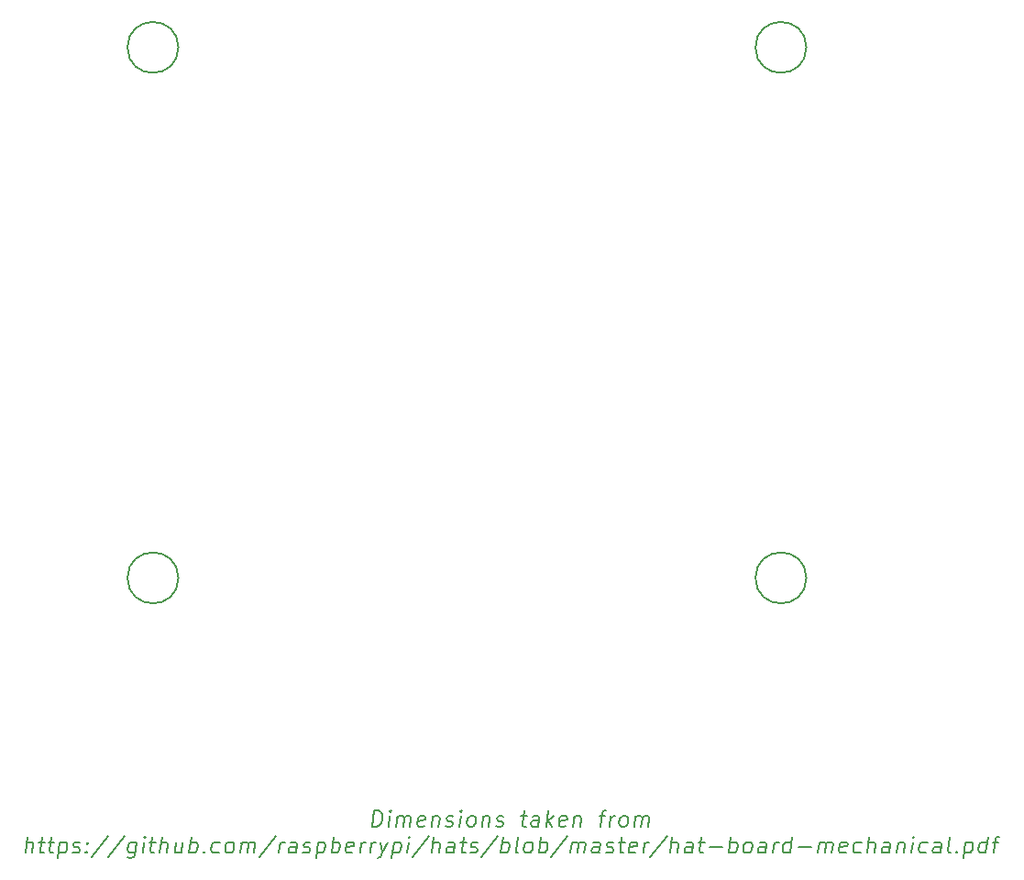
<source format=gbr>
%TF.GenerationSoftware,KiCad,Pcbnew,8.0.8*%
%TF.CreationDate,2025-01-27T15:06:42+00:00*%
%TF.ProjectId,ElectriPi,456c6563-7472-4695-9069-2e6b69636164,rev?*%
%TF.SameCoordinates,PX514cfd0PY31d4590*%
%TF.FileFunction,Other,Comment*%
%FSLAX46Y46*%
G04 Gerber Fmt 4.6, Leading zero omitted, Abs format (unit mm)*
G04 Created by KiCad (PCBNEW 8.0.8) date 2025-01-27 15:06:42*
%MOMM*%
%LPD*%
G01*
G04 APERTURE LIST*
%ADD10C,0.150000*%
G04 APERTURE END LIST*
D10*
X23741071Y-76478670D02*
X23928571Y-74978670D01*
X23928571Y-74978670D02*
X24285714Y-74978670D01*
X24285714Y-74978670D02*
X24491071Y-75050099D01*
X24491071Y-75050099D02*
X24616071Y-75192956D01*
X24616071Y-75192956D02*
X24669642Y-75335813D01*
X24669642Y-75335813D02*
X24705357Y-75621527D01*
X24705357Y-75621527D02*
X24678571Y-75835813D01*
X24678571Y-75835813D02*
X24571428Y-76121527D01*
X24571428Y-76121527D02*
X24482142Y-76264384D01*
X24482142Y-76264384D02*
X24321428Y-76407242D01*
X24321428Y-76407242D02*
X24098214Y-76478670D01*
X24098214Y-76478670D02*
X23741071Y-76478670D01*
X25241071Y-76478670D02*
X25366071Y-75478670D01*
X25428571Y-74978670D02*
X25348214Y-75050099D01*
X25348214Y-75050099D02*
X25410714Y-75121527D01*
X25410714Y-75121527D02*
X25491071Y-75050099D01*
X25491071Y-75050099D02*
X25428571Y-74978670D01*
X25428571Y-74978670D02*
X25410714Y-75121527D01*
X25955357Y-76478670D02*
X26080357Y-75478670D01*
X26062500Y-75621527D02*
X26142857Y-75550099D01*
X26142857Y-75550099D02*
X26294643Y-75478670D01*
X26294643Y-75478670D02*
X26508928Y-75478670D01*
X26508928Y-75478670D02*
X26642857Y-75550099D01*
X26642857Y-75550099D02*
X26696428Y-75692956D01*
X26696428Y-75692956D02*
X26598214Y-76478670D01*
X26696428Y-75692956D02*
X26785714Y-75550099D01*
X26785714Y-75550099D02*
X26937500Y-75478670D01*
X26937500Y-75478670D02*
X27151785Y-75478670D01*
X27151785Y-75478670D02*
X27285714Y-75550099D01*
X27285714Y-75550099D02*
X27339285Y-75692956D01*
X27339285Y-75692956D02*
X27241071Y-76478670D01*
X28535714Y-76407242D02*
X28383928Y-76478670D01*
X28383928Y-76478670D02*
X28098214Y-76478670D01*
X28098214Y-76478670D02*
X27964285Y-76407242D01*
X27964285Y-76407242D02*
X27910714Y-76264384D01*
X27910714Y-76264384D02*
X27982143Y-75692956D01*
X27982143Y-75692956D02*
X28071428Y-75550099D01*
X28071428Y-75550099D02*
X28223214Y-75478670D01*
X28223214Y-75478670D02*
X28508928Y-75478670D01*
X28508928Y-75478670D02*
X28642857Y-75550099D01*
X28642857Y-75550099D02*
X28696428Y-75692956D01*
X28696428Y-75692956D02*
X28678571Y-75835813D01*
X28678571Y-75835813D02*
X27946428Y-75978670D01*
X29366071Y-75478670D02*
X29241071Y-76478670D01*
X29348214Y-75621527D02*
X29428571Y-75550099D01*
X29428571Y-75550099D02*
X29580357Y-75478670D01*
X29580357Y-75478670D02*
X29794642Y-75478670D01*
X29794642Y-75478670D02*
X29928571Y-75550099D01*
X29928571Y-75550099D02*
X29982142Y-75692956D01*
X29982142Y-75692956D02*
X29883928Y-76478670D01*
X30535714Y-76407242D02*
X30669642Y-76478670D01*
X30669642Y-76478670D02*
X30955357Y-76478670D01*
X30955357Y-76478670D02*
X31107142Y-76407242D01*
X31107142Y-76407242D02*
X31196428Y-76264384D01*
X31196428Y-76264384D02*
X31205357Y-76192956D01*
X31205357Y-76192956D02*
X31151785Y-76050099D01*
X31151785Y-76050099D02*
X31017857Y-75978670D01*
X31017857Y-75978670D02*
X30803571Y-75978670D01*
X30803571Y-75978670D02*
X30669642Y-75907242D01*
X30669642Y-75907242D02*
X30616071Y-75764384D01*
X30616071Y-75764384D02*
X30625000Y-75692956D01*
X30625000Y-75692956D02*
X30714285Y-75550099D01*
X30714285Y-75550099D02*
X30866071Y-75478670D01*
X30866071Y-75478670D02*
X31080357Y-75478670D01*
X31080357Y-75478670D02*
X31214285Y-75550099D01*
X31812500Y-76478670D02*
X31937500Y-75478670D01*
X32000000Y-74978670D02*
X31919643Y-75050099D01*
X31919643Y-75050099D02*
X31982143Y-75121527D01*
X31982143Y-75121527D02*
X32062500Y-75050099D01*
X32062500Y-75050099D02*
X32000000Y-74978670D01*
X32000000Y-74978670D02*
X31982143Y-75121527D01*
X32741072Y-76478670D02*
X32607143Y-76407242D01*
X32607143Y-76407242D02*
X32544643Y-76335813D01*
X32544643Y-76335813D02*
X32491072Y-76192956D01*
X32491072Y-76192956D02*
X32544643Y-75764384D01*
X32544643Y-75764384D02*
X32633929Y-75621527D01*
X32633929Y-75621527D02*
X32714286Y-75550099D01*
X32714286Y-75550099D02*
X32866072Y-75478670D01*
X32866072Y-75478670D02*
X33080357Y-75478670D01*
X33080357Y-75478670D02*
X33214286Y-75550099D01*
X33214286Y-75550099D02*
X33276786Y-75621527D01*
X33276786Y-75621527D02*
X33330357Y-75764384D01*
X33330357Y-75764384D02*
X33276786Y-76192956D01*
X33276786Y-76192956D02*
X33187500Y-76335813D01*
X33187500Y-76335813D02*
X33107143Y-76407242D01*
X33107143Y-76407242D02*
X32955357Y-76478670D01*
X32955357Y-76478670D02*
X32741072Y-76478670D01*
X34008929Y-75478670D02*
X33883929Y-76478670D01*
X33991072Y-75621527D02*
X34071429Y-75550099D01*
X34071429Y-75550099D02*
X34223215Y-75478670D01*
X34223215Y-75478670D02*
X34437500Y-75478670D01*
X34437500Y-75478670D02*
X34571429Y-75550099D01*
X34571429Y-75550099D02*
X34625000Y-75692956D01*
X34625000Y-75692956D02*
X34526786Y-76478670D01*
X35178572Y-76407242D02*
X35312500Y-76478670D01*
X35312500Y-76478670D02*
X35598215Y-76478670D01*
X35598215Y-76478670D02*
X35750000Y-76407242D01*
X35750000Y-76407242D02*
X35839286Y-76264384D01*
X35839286Y-76264384D02*
X35848215Y-76192956D01*
X35848215Y-76192956D02*
X35794643Y-76050099D01*
X35794643Y-76050099D02*
X35660715Y-75978670D01*
X35660715Y-75978670D02*
X35446429Y-75978670D01*
X35446429Y-75978670D02*
X35312500Y-75907242D01*
X35312500Y-75907242D02*
X35258929Y-75764384D01*
X35258929Y-75764384D02*
X35267858Y-75692956D01*
X35267858Y-75692956D02*
X35357143Y-75550099D01*
X35357143Y-75550099D02*
X35508929Y-75478670D01*
X35508929Y-75478670D02*
X35723215Y-75478670D01*
X35723215Y-75478670D02*
X35857143Y-75550099D01*
X37508929Y-75478670D02*
X38080358Y-75478670D01*
X37785715Y-74978670D02*
X37625001Y-76264384D01*
X37625001Y-76264384D02*
X37678572Y-76407242D01*
X37678572Y-76407242D02*
X37812501Y-76478670D01*
X37812501Y-76478670D02*
X37955358Y-76478670D01*
X39098215Y-76478670D02*
X39196429Y-75692956D01*
X39196429Y-75692956D02*
X39142858Y-75550099D01*
X39142858Y-75550099D02*
X39008929Y-75478670D01*
X39008929Y-75478670D02*
X38723215Y-75478670D01*
X38723215Y-75478670D02*
X38571429Y-75550099D01*
X39107144Y-76407242D02*
X38955358Y-76478670D01*
X38955358Y-76478670D02*
X38598215Y-76478670D01*
X38598215Y-76478670D02*
X38464286Y-76407242D01*
X38464286Y-76407242D02*
X38410715Y-76264384D01*
X38410715Y-76264384D02*
X38428572Y-76121527D01*
X38428572Y-76121527D02*
X38517858Y-75978670D01*
X38517858Y-75978670D02*
X38669644Y-75907242D01*
X38669644Y-75907242D02*
X39026786Y-75907242D01*
X39026786Y-75907242D02*
X39178572Y-75835813D01*
X39812501Y-76478670D02*
X40000001Y-74978670D01*
X40026787Y-75907242D02*
X40383929Y-76478670D01*
X40508929Y-75478670D02*
X39866072Y-76050099D01*
X41607144Y-76407242D02*
X41455358Y-76478670D01*
X41455358Y-76478670D02*
X41169644Y-76478670D01*
X41169644Y-76478670D02*
X41035715Y-76407242D01*
X41035715Y-76407242D02*
X40982144Y-76264384D01*
X40982144Y-76264384D02*
X41053573Y-75692956D01*
X41053573Y-75692956D02*
X41142858Y-75550099D01*
X41142858Y-75550099D02*
X41294644Y-75478670D01*
X41294644Y-75478670D02*
X41580358Y-75478670D01*
X41580358Y-75478670D02*
X41714287Y-75550099D01*
X41714287Y-75550099D02*
X41767858Y-75692956D01*
X41767858Y-75692956D02*
X41750001Y-75835813D01*
X41750001Y-75835813D02*
X41017858Y-75978670D01*
X42437501Y-75478670D02*
X42312501Y-76478670D01*
X42419644Y-75621527D02*
X42500001Y-75550099D01*
X42500001Y-75550099D02*
X42651787Y-75478670D01*
X42651787Y-75478670D02*
X42866072Y-75478670D01*
X42866072Y-75478670D02*
X43000001Y-75550099D01*
X43000001Y-75550099D02*
X43053572Y-75692956D01*
X43053572Y-75692956D02*
X42955358Y-76478670D01*
X44723215Y-75478670D02*
X45294644Y-75478670D01*
X44812501Y-76478670D02*
X44973215Y-75192956D01*
X44973215Y-75192956D02*
X45062501Y-75050099D01*
X45062501Y-75050099D02*
X45214287Y-74978670D01*
X45214287Y-74978670D02*
X45357144Y-74978670D01*
X45669644Y-76478670D02*
X45794644Y-75478670D01*
X45758930Y-75764384D02*
X45848215Y-75621527D01*
X45848215Y-75621527D02*
X45928572Y-75550099D01*
X45928572Y-75550099D02*
X46080358Y-75478670D01*
X46080358Y-75478670D02*
X46223215Y-75478670D01*
X46812501Y-76478670D02*
X46678572Y-76407242D01*
X46678572Y-76407242D02*
X46616072Y-76335813D01*
X46616072Y-76335813D02*
X46562501Y-76192956D01*
X46562501Y-76192956D02*
X46616072Y-75764384D01*
X46616072Y-75764384D02*
X46705358Y-75621527D01*
X46705358Y-75621527D02*
X46785715Y-75550099D01*
X46785715Y-75550099D02*
X46937501Y-75478670D01*
X46937501Y-75478670D02*
X47151786Y-75478670D01*
X47151786Y-75478670D02*
X47285715Y-75550099D01*
X47285715Y-75550099D02*
X47348215Y-75621527D01*
X47348215Y-75621527D02*
X47401786Y-75764384D01*
X47401786Y-75764384D02*
X47348215Y-76192956D01*
X47348215Y-76192956D02*
X47258929Y-76335813D01*
X47258929Y-76335813D02*
X47178572Y-76407242D01*
X47178572Y-76407242D02*
X47026786Y-76478670D01*
X47026786Y-76478670D02*
X46812501Y-76478670D01*
X47955358Y-76478670D02*
X48080358Y-75478670D01*
X48062501Y-75621527D02*
X48142858Y-75550099D01*
X48142858Y-75550099D02*
X48294644Y-75478670D01*
X48294644Y-75478670D02*
X48508929Y-75478670D01*
X48508929Y-75478670D02*
X48642858Y-75550099D01*
X48642858Y-75550099D02*
X48696429Y-75692956D01*
X48696429Y-75692956D02*
X48598215Y-76478670D01*
X48696429Y-75692956D02*
X48785715Y-75550099D01*
X48785715Y-75550099D02*
X48937501Y-75478670D01*
X48937501Y-75478670D02*
X49151786Y-75478670D01*
X49151786Y-75478670D02*
X49285715Y-75550099D01*
X49285715Y-75550099D02*
X49339286Y-75692956D01*
X49339286Y-75692956D02*
X49241072Y-76478670D01*
X-8294646Y-78893586D02*
X-8107146Y-77393586D01*
X-7651789Y-78893586D02*
X-7553575Y-78107872D01*
X-7553575Y-78107872D02*
X-7607146Y-77965015D01*
X-7607146Y-77965015D02*
X-7741075Y-77893586D01*
X-7741075Y-77893586D02*
X-7955360Y-77893586D01*
X-7955360Y-77893586D02*
X-8107146Y-77965015D01*
X-8107146Y-77965015D02*
X-8187503Y-78036443D01*
X-7026789Y-77893586D02*
X-6455360Y-77893586D01*
X-6750003Y-77393586D02*
X-6910717Y-78679300D01*
X-6910717Y-78679300D02*
X-6857146Y-78822158D01*
X-6857146Y-78822158D02*
X-6723217Y-78893586D01*
X-6723217Y-78893586D02*
X-6580360Y-78893586D01*
X-6169646Y-77893586D02*
X-5598217Y-77893586D01*
X-5892860Y-77393586D02*
X-6053574Y-78679300D01*
X-6053574Y-78679300D02*
X-6000003Y-78822158D01*
X-6000003Y-78822158D02*
X-5866074Y-78893586D01*
X-5866074Y-78893586D02*
X-5723217Y-78893586D01*
X-5098217Y-77893586D02*
X-5285717Y-79393586D01*
X-5107146Y-77965015D02*
X-4955360Y-77893586D01*
X-4955360Y-77893586D02*
X-4669646Y-77893586D01*
X-4669646Y-77893586D02*
X-4535717Y-77965015D01*
X-4535717Y-77965015D02*
X-4473217Y-78036443D01*
X-4473217Y-78036443D02*
X-4419646Y-78179300D01*
X-4419646Y-78179300D02*
X-4473217Y-78607872D01*
X-4473217Y-78607872D02*
X-4562503Y-78750729D01*
X-4562503Y-78750729D02*
X-4642860Y-78822158D01*
X-4642860Y-78822158D02*
X-4794646Y-78893586D01*
X-4794646Y-78893586D02*
X-5080360Y-78893586D01*
X-5080360Y-78893586D02*
X-5214289Y-78822158D01*
X-3928574Y-78822158D02*
X-3794646Y-78893586D01*
X-3794646Y-78893586D02*
X-3508931Y-78893586D01*
X-3508931Y-78893586D02*
X-3357146Y-78822158D01*
X-3357146Y-78822158D02*
X-3267860Y-78679300D01*
X-3267860Y-78679300D02*
X-3258931Y-78607872D01*
X-3258931Y-78607872D02*
X-3312503Y-78465015D01*
X-3312503Y-78465015D02*
X-3446431Y-78393586D01*
X-3446431Y-78393586D02*
X-3660717Y-78393586D01*
X-3660717Y-78393586D02*
X-3794646Y-78322158D01*
X-3794646Y-78322158D02*
X-3848217Y-78179300D01*
X-3848217Y-78179300D02*
X-3839288Y-78107872D01*
X-3839288Y-78107872D02*
X-3750003Y-77965015D01*
X-3750003Y-77965015D02*
X-3598217Y-77893586D01*
X-3598217Y-77893586D02*
X-3383931Y-77893586D01*
X-3383931Y-77893586D02*
X-3250003Y-77965015D01*
X-2633931Y-78750729D02*
X-2571431Y-78822158D01*
X-2571431Y-78822158D02*
X-2651788Y-78893586D01*
X-2651788Y-78893586D02*
X-2714288Y-78822158D01*
X-2714288Y-78822158D02*
X-2633931Y-78750729D01*
X-2633931Y-78750729D02*
X-2651788Y-78893586D01*
X-2535717Y-77965015D02*
X-2473217Y-78036443D01*
X-2473217Y-78036443D02*
X-2553574Y-78107872D01*
X-2553574Y-78107872D02*
X-2616074Y-78036443D01*
X-2616074Y-78036443D02*
X-2535717Y-77965015D01*
X-2535717Y-77965015D02*
X-2553574Y-78107872D01*
X-669645Y-77322158D02*
X-2196431Y-79250729D01*
X901784Y-77322158D02*
X-625002Y-79250729D01*
X1973213Y-77893586D02*
X1821427Y-79107872D01*
X1821427Y-79107872D02*
X1732142Y-79250729D01*
X1732142Y-79250729D02*
X1651784Y-79322158D01*
X1651784Y-79322158D02*
X1499999Y-79393586D01*
X1499999Y-79393586D02*
X1285713Y-79393586D01*
X1285713Y-79393586D02*
X1151784Y-79322158D01*
X1857142Y-78822158D02*
X1705356Y-78893586D01*
X1705356Y-78893586D02*
X1419642Y-78893586D01*
X1419642Y-78893586D02*
X1285713Y-78822158D01*
X1285713Y-78822158D02*
X1223213Y-78750729D01*
X1223213Y-78750729D02*
X1169642Y-78607872D01*
X1169642Y-78607872D02*
X1223213Y-78179300D01*
X1223213Y-78179300D02*
X1312499Y-78036443D01*
X1312499Y-78036443D02*
X1392856Y-77965015D01*
X1392856Y-77965015D02*
X1544642Y-77893586D01*
X1544642Y-77893586D02*
X1830356Y-77893586D01*
X1830356Y-77893586D02*
X1964284Y-77965015D01*
X2562499Y-78893586D02*
X2687499Y-77893586D01*
X2749999Y-77393586D02*
X2669642Y-77465015D01*
X2669642Y-77465015D02*
X2732142Y-77536443D01*
X2732142Y-77536443D02*
X2812499Y-77465015D01*
X2812499Y-77465015D02*
X2749999Y-77393586D01*
X2749999Y-77393586D02*
X2732142Y-77536443D01*
X3187499Y-77893586D02*
X3758928Y-77893586D01*
X3464285Y-77393586D02*
X3303571Y-78679300D01*
X3303571Y-78679300D02*
X3357142Y-78822158D01*
X3357142Y-78822158D02*
X3491071Y-78893586D01*
X3491071Y-78893586D02*
X3633928Y-78893586D01*
X4133928Y-78893586D02*
X4321428Y-77393586D01*
X4776785Y-78893586D02*
X4874999Y-78107872D01*
X4874999Y-78107872D02*
X4821428Y-77965015D01*
X4821428Y-77965015D02*
X4687499Y-77893586D01*
X4687499Y-77893586D02*
X4473214Y-77893586D01*
X4473214Y-77893586D02*
X4321428Y-77965015D01*
X4321428Y-77965015D02*
X4241071Y-78036443D01*
X6258928Y-77893586D02*
X6133928Y-78893586D01*
X5616071Y-77893586D02*
X5517857Y-78679300D01*
X5517857Y-78679300D02*
X5571428Y-78822158D01*
X5571428Y-78822158D02*
X5705357Y-78893586D01*
X5705357Y-78893586D02*
X5919642Y-78893586D01*
X5919642Y-78893586D02*
X6071428Y-78822158D01*
X6071428Y-78822158D02*
X6151785Y-78750729D01*
X6848214Y-78893586D02*
X7035714Y-77393586D01*
X6964285Y-77965015D02*
X7116071Y-77893586D01*
X7116071Y-77893586D02*
X7401785Y-77893586D01*
X7401785Y-77893586D02*
X7535714Y-77965015D01*
X7535714Y-77965015D02*
X7598214Y-78036443D01*
X7598214Y-78036443D02*
X7651785Y-78179300D01*
X7651785Y-78179300D02*
X7598214Y-78607872D01*
X7598214Y-78607872D02*
X7508928Y-78750729D01*
X7508928Y-78750729D02*
X7428571Y-78822158D01*
X7428571Y-78822158D02*
X7276785Y-78893586D01*
X7276785Y-78893586D02*
X6991071Y-78893586D01*
X6991071Y-78893586D02*
X6857142Y-78822158D01*
X8223214Y-78750729D02*
X8285714Y-78822158D01*
X8285714Y-78822158D02*
X8205357Y-78893586D01*
X8205357Y-78893586D02*
X8142857Y-78822158D01*
X8142857Y-78822158D02*
X8223214Y-78750729D01*
X8223214Y-78750729D02*
X8205357Y-78893586D01*
X9571429Y-78822158D02*
X9419643Y-78893586D01*
X9419643Y-78893586D02*
X9133929Y-78893586D01*
X9133929Y-78893586D02*
X9000000Y-78822158D01*
X9000000Y-78822158D02*
X8937500Y-78750729D01*
X8937500Y-78750729D02*
X8883929Y-78607872D01*
X8883929Y-78607872D02*
X8937500Y-78179300D01*
X8937500Y-78179300D02*
X9026786Y-78036443D01*
X9026786Y-78036443D02*
X9107143Y-77965015D01*
X9107143Y-77965015D02*
X9258929Y-77893586D01*
X9258929Y-77893586D02*
X9544643Y-77893586D01*
X9544643Y-77893586D02*
X9678571Y-77965015D01*
X10419643Y-78893586D02*
X10285714Y-78822158D01*
X10285714Y-78822158D02*
X10223214Y-78750729D01*
X10223214Y-78750729D02*
X10169643Y-78607872D01*
X10169643Y-78607872D02*
X10223214Y-78179300D01*
X10223214Y-78179300D02*
X10312500Y-78036443D01*
X10312500Y-78036443D02*
X10392857Y-77965015D01*
X10392857Y-77965015D02*
X10544643Y-77893586D01*
X10544643Y-77893586D02*
X10758928Y-77893586D01*
X10758928Y-77893586D02*
X10892857Y-77965015D01*
X10892857Y-77965015D02*
X10955357Y-78036443D01*
X10955357Y-78036443D02*
X11008928Y-78179300D01*
X11008928Y-78179300D02*
X10955357Y-78607872D01*
X10955357Y-78607872D02*
X10866071Y-78750729D01*
X10866071Y-78750729D02*
X10785714Y-78822158D01*
X10785714Y-78822158D02*
X10633928Y-78893586D01*
X10633928Y-78893586D02*
X10419643Y-78893586D01*
X11562500Y-78893586D02*
X11687500Y-77893586D01*
X11669643Y-78036443D02*
X11750000Y-77965015D01*
X11750000Y-77965015D02*
X11901786Y-77893586D01*
X11901786Y-77893586D02*
X12116071Y-77893586D01*
X12116071Y-77893586D02*
X12250000Y-77965015D01*
X12250000Y-77965015D02*
X12303571Y-78107872D01*
X12303571Y-78107872D02*
X12205357Y-78893586D01*
X12303571Y-78107872D02*
X12392857Y-77965015D01*
X12392857Y-77965015D02*
X12544643Y-77893586D01*
X12544643Y-77893586D02*
X12758928Y-77893586D01*
X12758928Y-77893586D02*
X12892857Y-77965015D01*
X12892857Y-77965015D02*
X12946428Y-78107872D01*
X12946428Y-78107872D02*
X12848214Y-78893586D01*
X14830357Y-77322158D02*
X13303571Y-79250729D01*
X15133929Y-78893586D02*
X15258929Y-77893586D01*
X15223215Y-78179300D02*
X15312500Y-78036443D01*
X15312500Y-78036443D02*
X15392857Y-77965015D01*
X15392857Y-77965015D02*
X15544643Y-77893586D01*
X15544643Y-77893586D02*
X15687500Y-77893586D01*
X16705357Y-78893586D02*
X16803571Y-78107872D01*
X16803571Y-78107872D02*
X16750000Y-77965015D01*
X16750000Y-77965015D02*
X16616071Y-77893586D01*
X16616071Y-77893586D02*
X16330357Y-77893586D01*
X16330357Y-77893586D02*
X16178571Y-77965015D01*
X16714286Y-78822158D02*
X16562500Y-78893586D01*
X16562500Y-78893586D02*
X16205357Y-78893586D01*
X16205357Y-78893586D02*
X16071428Y-78822158D01*
X16071428Y-78822158D02*
X16017857Y-78679300D01*
X16017857Y-78679300D02*
X16035714Y-78536443D01*
X16035714Y-78536443D02*
X16125000Y-78393586D01*
X16125000Y-78393586D02*
X16276786Y-78322158D01*
X16276786Y-78322158D02*
X16633928Y-78322158D01*
X16633928Y-78322158D02*
X16785714Y-78250729D01*
X17357143Y-78822158D02*
X17491071Y-78893586D01*
X17491071Y-78893586D02*
X17776786Y-78893586D01*
X17776786Y-78893586D02*
X17928571Y-78822158D01*
X17928571Y-78822158D02*
X18017857Y-78679300D01*
X18017857Y-78679300D02*
X18026786Y-78607872D01*
X18026786Y-78607872D02*
X17973214Y-78465015D01*
X17973214Y-78465015D02*
X17839286Y-78393586D01*
X17839286Y-78393586D02*
X17625000Y-78393586D01*
X17625000Y-78393586D02*
X17491071Y-78322158D01*
X17491071Y-78322158D02*
X17437500Y-78179300D01*
X17437500Y-78179300D02*
X17446429Y-78107872D01*
X17446429Y-78107872D02*
X17535714Y-77965015D01*
X17535714Y-77965015D02*
X17687500Y-77893586D01*
X17687500Y-77893586D02*
X17901786Y-77893586D01*
X17901786Y-77893586D02*
X18035714Y-77965015D01*
X18758929Y-77893586D02*
X18571429Y-79393586D01*
X18750000Y-77965015D02*
X18901786Y-77893586D01*
X18901786Y-77893586D02*
X19187500Y-77893586D01*
X19187500Y-77893586D02*
X19321429Y-77965015D01*
X19321429Y-77965015D02*
X19383929Y-78036443D01*
X19383929Y-78036443D02*
X19437500Y-78179300D01*
X19437500Y-78179300D02*
X19383929Y-78607872D01*
X19383929Y-78607872D02*
X19294643Y-78750729D01*
X19294643Y-78750729D02*
X19214286Y-78822158D01*
X19214286Y-78822158D02*
X19062500Y-78893586D01*
X19062500Y-78893586D02*
X18776786Y-78893586D01*
X18776786Y-78893586D02*
X18642857Y-78822158D01*
X19991072Y-78893586D02*
X20178572Y-77393586D01*
X20107143Y-77965015D02*
X20258929Y-77893586D01*
X20258929Y-77893586D02*
X20544643Y-77893586D01*
X20544643Y-77893586D02*
X20678572Y-77965015D01*
X20678572Y-77965015D02*
X20741072Y-78036443D01*
X20741072Y-78036443D02*
X20794643Y-78179300D01*
X20794643Y-78179300D02*
X20741072Y-78607872D01*
X20741072Y-78607872D02*
X20651786Y-78750729D01*
X20651786Y-78750729D02*
X20571429Y-78822158D01*
X20571429Y-78822158D02*
X20419643Y-78893586D01*
X20419643Y-78893586D02*
X20133929Y-78893586D01*
X20133929Y-78893586D02*
X20000000Y-78822158D01*
X21928572Y-78822158D02*
X21776786Y-78893586D01*
X21776786Y-78893586D02*
X21491072Y-78893586D01*
X21491072Y-78893586D02*
X21357143Y-78822158D01*
X21357143Y-78822158D02*
X21303572Y-78679300D01*
X21303572Y-78679300D02*
X21375001Y-78107872D01*
X21375001Y-78107872D02*
X21464286Y-77965015D01*
X21464286Y-77965015D02*
X21616072Y-77893586D01*
X21616072Y-77893586D02*
X21901786Y-77893586D01*
X21901786Y-77893586D02*
X22035715Y-77965015D01*
X22035715Y-77965015D02*
X22089286Y-78107872D01*
X22089286Y-78107872D02*
X22071429Y-78250729D01*
X22071429Y-78250729D02*
X21339286Y-78393586D01*
X22633929Y-78893586D02*
X22758929Y-77893586D01*
X22723215Y-78179300D02*
X22812500Y-78036443D01*
X22812500Y-78036443D02*
X22892857Y-77965015D01*
X22892857Y-77965015D02*
X23044643Y-77893586D01*
X23044643Y-77893586D02*
X23187500Y-77893586D01*
X23562500Y-78893586D02*
X23687500Y-77893586D01*
X23651786Y-78179300D02*
X23741071Y-78036443D01*
X23741071Y-78036443D02*
X23821428Y-77965015D01*
X23821428Y-77965015D02*
X23973214Y-77893586D01*
X23973214Y-77893586D02*
X24116071Y-77893586D01*
X24473214Y-77893586D02*
X24705357Y-78893586D01*
X25187499Y-77893586D02*
X24705357Y-78893586D01*
X24705357Y-78893586D02*
X24517857Y-79250729D01*
X24517857Y-79250729D02*
X24437499Y-79322158D01*
X24437499Y-79322158D02*
X24285714Y-79393586D01*
X25758928Y-77893586D02*
X25571428Y-79393586D01*
X25749999Y-77965015D02*
X25901785Y-77893586D01*
X25901785Y-77893586D02*
X26187499Y-77893586D01*
X26187499Y-77893586D02*
X26321428Y-77965015D01*
X26321428Y-77965015D02*
X26383928Y-78036443D01*
X26383928Y-78036443D02*
X26437499Y-78179300D01*
X26437499Y-78179300D02*
X26383928Y-78607872D01*
X26383928Y-78607872D02*
X26294642Y-78750729D01*
X26294642Y-78750729D02*
X26214285Y-78822158D01*
X26214285Y-78822158D02*
X26062499Y-78893586D01*
X26062499Y-78893586D02*
X25776785Y-78893586D01*
X25776785Y-78893586D02*
X25642856Y-78822158D01*
X26991071Y-78893586D02*
X27116071Y-77893586D01*
X27178571Y-77393586D02*
X27098214Y-77465015D01*
X27098214Y-77465015D02*
X27160714Y-77536443D01*
X27160714Y-77536443D02*
X27241071Y-77465015D01*
X27241071Y-77465015D02*
X27178571Y-77393586D01*
X27178571Y-77393586D02*
X27160714Y-77536443D01*
X28973214Y-77322158D02*
X27446428Y-79250729D01*
X29276786Y-78893586D02*
X29464286Y-77393586D01*
X29919643Y-78893586D02*
X30017857Y-78107872D01*
X30017857Y-78107872D02*
X29964286Y-77965015D01*
X29964286Y-77965015D02*
X29830357Y-77893586D01*
X29830357Y-77893586D02*
X29616072Y-77893586D01*
X29616072Y-77893586D02*
X29464286Y-77965015D01*
X29464286Y-77965015D02*
X29383929Y-78036443D01*
X31276786Y-78893586D02*
X31375000Y-78107872D01*
X31375000Y-78107872D02*
X31321429Y-77965015D01*
X31321429Y-77965015D02*
X31187500Y-77893586D01*
X31187500Y-77893586D02*
X30901786Y-77893586D01*
X30901786Y-77893586D02*
X30750000Y-77965015D01*
X31285715Y-78822158D02*
X31133929Y-78893586D01*
X31133929Y-78893586D02*
X30776786Y-78893586D01*
X30776786Y-78893586D02*
X30642857Y-78822158D01*
X30642857Y-78822158D02*
X30589286Y-78679300D01*
X30589286Y-78679300D02*
X30607143Y-78536443D01*
X30607143Y-78536443D02*
X30696429Y-78393586D01*
X30696429Y-78393586D02*
X30848215Y-78322158D01*
X30848215Y-78322158D02*
X31205357Y-78322158D01*
X31205357Y-78322158D02*
X31357143Y-78250729D01*
X31901786Y-77893586D02*
X32473215Y-77893586D01*
X32178572Y-77393586D02*
X32017858Y-78679300D01*
X32017858Y-78679300D02*
X32071429Y-78822158D01*
X32071429Y-78822158D02*
X32205358Y-78893586D01*
X32205358Y-78893586D02*
X32348215Y-78893586D01*
X32785715Y-78822158D02*
X32919643Y-78893586D01*
X32919643Y-78893586D02*
X33205358Y-78893586D01*
X33205358Y-78893586D02*
X33357143Y-78822158D01*
X33357143Y-78822158D02*
X33446429Y-78679300D01*
X33446429Y-78679300D02*
X33455358Y-78607872D01*
X33455358Y-78607872D02*
X33401786Y-78465015D01*
X33401786Y-78465015D02*
X33267858Y-78393586D01*
X33267858Y-78393586D02*
X33053572Y-78393586D01*
X33053572Y-78393586D02*
X32919643Y-78322158D01*
X32919643Y-78322158D02*
X32866072Y-78179300D01*
X32866072Y-78179300D02*
X32875001Y-78107872D01*
X32875001Y-78107872D02*
X32964286Y-77965015D01*
X32964286Y-77965015D02*
X33116072Y-77893586D01*
X33116072Y-77893586D02*
X33330358Y-77893586D01*
X33330358Y-77893586D02*
X33464286Y-77965015D01*
X35330358Y-77322158D02*
X33803572Y-79250729D01*
X35633930Y-78893586D02*
X35821430Y-77393586D01*
X35750001Y-77965015D02*
X35901787Y-77893586D01*
X35901787Y-77893586D02*
X36187501Y-77893586D01*
X36187501Y-77893586D02*
X36321430Y-77965015D01*
X36321430Y-77965015D02*
X36383930Y-78036443D01*
X36383930Y-78036443D02*
X36437501Y-78179300D01*
X36437501Y-78179300D02*
X36383930Y-78607872D01*
X36383930Y-78607872D02*
X36294644Y-78750729D01*
X36294644Y-78750729D02*
X36214287Y-78822158D01*
X36214287Y-78822158D02*
X36062501Y-78893586D01*
X36062501Y-78893586D02*
X35776787Y-78893586D01*
X35776787Y-78893586D02*
X35642858Y-78822158D01*
X37205359Y-78893586D02*
X37071430Y-78822158D01*
X37071430Y-78822158D02*
X37017859Y-78679300D01*
X37017859Y-78679300D02*
X37178573Y-77393586D01*
X37991073Y-78893586D02*
X37857144Y-78822158D01*
X37857144Y-78822158D02*
X37794644Y-78750729D01*
X37794644Y-78750729D02*
X37741073Y-78607872D01*
X37741073Y-78607872D02*
X37794644Y-78179300D01*
X37794644Y-78179300D02*
X37883930Y-78036443D01*
X37883930Y-78036443D02*
X37964287Y-77965015D01*
X37964287Y-77965015D02*
X38116073Y-77893586D01*
X38116073Y-77893586D02*
X38330358Y-77893586D01*
X38330358Y-77893586D02*
X38464287Y-77965015D01*
X38464287Y-77965015D02*
X38526787Y-78036443D01*
X38526787Y-78036443D02*
X38580358Y-78179300D01*
X38580358Y-78179300D02*
X38526787Y-78607872D01*
X38526787Y-78607872D02*
X38437501Y-78750729D01*
X38437501Y-78750729D02*
X38357144Y-78822158D01*
X38357144Y-78822158D02*
X38205358Y-78893586D01*
X38205358Y-78893586D02*
X37991073Y-78893586D01*
X39133930Y-78893586D02*
X39321430Y-77393586D01*
X39250001Y-77965015D02*
X39401787Y-77893586D01*
X39401787Y-77893586D02*
X39687501Y-77893586D01*
X39687501Y-77893586D02*
X39821430Y-77965015D01*
X39821430Y-77965015D02*
X39883930Y-78036443D01*
X39883930Y-78036443D02*
X39937501Y-78179300D01*
X39937501Y-78179300D02*
X39883930Y-78607872D01*
X39883930Y-78607872D02*
X39794644Y-78750729D01*
X39794644Y-78750729D02*
X39714287Y-78822158D01*
X39714287Y-78822158D02*
X39562501Y-78893586D01*
X39562501Y-78893586D02*
X39276787Y-78893586D01*
X39276787Y-78893586D02*
X39142858Y-78822158D01*
X41758930Y-77322158D02*
X40232144Y-79250729D01*
X42062502Y-78893586D02*
X42187502Y-77893586D01*
X42169645Y-78036443D02*
X42250002Y-77965015D01*
X42250002Y-77965015D02*
X42401788Y-77893586D01*
X42401788Y-77893586D02*
X42616073Y-77893586D01*
X42616073Y-77893586D02*
X42750002Y-77965015D01*
X42750002Y-77965015D02*
X42803573Y-78107872D01*
X42803573Y-78107872D02*
X42705359Y-78893586D01*
X42803573Y-78107872D02*
X42892859Y-77965015D01*
X42892859Y-77965015D02*
X43044645Y-77893586D01*
X43044645Y-77893586D02*
X43258930Y-77893586D01*
X43258930Y-77893586D02*
X43392859Y-77965015D01*
X43392859Y-77965015D02*
X43446430Y-78107872D01*
X43446430Y-78107872D02*
X43348216Y-78893586D01*
X44705359Y-78893586D02*
X44803573Y-78107872D01*
X44803573Y-78107872D02*
X44750002Y-77965015D01*
X44750002Y-77965015D02*
X44616073Y-77893586D01*
X44616073Y-77893586D02*
X44330359Y-77893586D01*
X44330359Y-77893586D02*
X44178573Y-77965015D01*
X44714288Y-78822158D02*
X44562502Y-78893586D01*
X44562502Y-78893586D02*
X44205359Y-78893586D01*
X44205359Y-78893586D02*
X44071430Y-78822158D01*
X44071430Y-78822158D02*
X44017859Y-78679300D01*
X44017859Y-78679300D02*
X44035716Y-78536443D01*
X44035716Y-78536443D02*
X44125002Y-78393586D01*
X44125002Y-78393586D02*
X44276788Y-78322158D01*
X44276788Y-78322158D02*
X44633930Y-78322158D01*
X44633930Y-78322158D02*
X44785716Y-78250729D01*
X45357145Y-78822158D02*
X45491073Y-78893586D01*
X45491073Y-78893586D02*
X45776788Y-78893586D01*
X45776788Y-78893586D02*
X45928573Y-78822158D01*
X45928573Y-78822158D02*
X46017859Y-78679300D01*
X46017859Y-78679300D02*
X46026788Y-78607872D01*
X46026788Y-78607872D02*
X45973216Y-78465015D01*
X45973216Y-78465015D02*
X45839288Y-78393586D01*
X45839288Y-78393586D02*
X45625002Y-78393586D01*
X45625002Y-78393586D02*
X45491073Y-78322158D01*
X45491073Y-78322158D02*
X45437502Y-78179300D01*
X45437502Y-78179300D02*
X45446431Y-78107872D01*
X45446431Y-78107872D02*
X45535716Y-77965015D01*
X45535716Y-77965015D02*
X45687502Y-77893586D01*
X45687502Y-77893586D02*
X45901788Y-77893586D01*
X45901788Y-77893586D02*
X46035716Y-77965015D01*
X46544645Y-77893586D02*
X47116074Y-77893586D01*
X46821431Y-77393586D02*
X46660717Y-78679300D01*
X46660717Y-78679300D02*
X46714288Y-78822158D01*
X46714288Y-78822158D02*
X46848217Y-78893586D01*
X46848217Y-78893586D02*
X46991074Y-78893586D01*
X48071431Y-78822158D02*
X47919645Y-78893586D01*
X47919645Y-78893586D02*
X47633931Y-78893586D01*
X47633931Y-78893586D02*
X47500002Y-78822158D01*
X47500002Y-78822158D02*
X47446431Y-78679300D01*
X47446431Y-78679300D02*
X47517860Y-78107872D01*
X47517860Y-78107872D02*
X47607145Y-77965015D01*
X47607145Y-77965015D02*
X47758931Y-77893586D01*
X47758931Y-77893586D02*
X48044645Y-77893586D01*
X48044645Y-77893586D02*
X48178574Y-77965015D01*
X48178574Y-77965015D02*
X48232145Y-78107872D01*
X48232145Y-78107872D02*
X48214288Y-78250729D01*
X48214288Y-78250729D02*
X47482145Y-78393586D01*
X48776788Y-78893586D02*
X48901788Y-77893586D01*
X48866074Y-78179300D02*
X48955359Y-78036443D01*
X48955359Y-78036443D02*
X49035716Y-77965015D01*
X49035716Y-77965015D02*
X49187502Y-77893586D01*
X49187502Y-77893586D02*
X49330359Y-77893586D01*
X50973216Y-77322158D02*
X49446430Y-79250729D01*
X51276788Y-78893586D02*
X51464288Y-77393586D01*
X51919645Y-78893586D02*
X52017859Y-78107872D01*
X52017859Y-78107872D02*
X51964288Y-77965015D01*
X51964288Y-77965015D02*
X51830359Y-77893586D01*
X51830359Y-77893586D02*
X51616074Y-77893586D01*
X51616074Y-77893586D02*
X51464288Y-77965015D01*
X51464288Y-77965015D02*
X51383931Y-78036443D01*
X53276788Y-78893586D02*
X53375002Y-78107872D01*
X53375002Y-78107872D02*
X53321431Y-77965015D01*
X53321431Y-77965015D02*
X53187502Y-77893586D01*
X53187502Y-77893586D02*
X52901788Y-77893586D01*
X52901788Y-77893586D02*
X52750002Y-77965015D01*
X53285717Y-78822158D02*
X53133931Y-78893586D01*
X53133931Y-78893586D02*
X52776788Y-78893586D01*
X52776788Y-78893586D02*
X52642859Y-78822158D01*
X52642859Y-78822158D02*
X52589288Y-78679300D01*
X52589288Y-78679300D02*
X52607145Y-78536443D01*
X52607145Y-78536443D02*
X52696431Y-78393586D01*
X52696431Y-78393586D02*
X52848217Y-78322158D01*
X52848217Y-78322158D02*
X53205359Y-78322158D01*
X53205359Y-78322158D02*
X53357145Y-78250729D01*
X53901788Y-77893586D02*
X54473217Y-77893586D01*
X54178574Y-77393586D02*
X54017860Y-78679300D01*
X54017860Y-78679300D02*
X54071431Y-78822158D01*
X54071431Y-78822158D02*
X54205360Y-78893586D01*
X54205360Y-78893586D02*
X54348217Y-78893586D01*
X54919645Y-78322158D02*
X56062503Y-78322158D01*
X56705360Y-78893586D02*
X56892860Y-77393586D01*
X56821431Y-77965015D02*
X56973217Y-77893586D01*
X56973217Y-77893586D02*
X57258931Y-77893586D01*
X57258931Y-77893586D02*
X57392860Y-77965015D01*
X57392860Y-77965015D02*
X57455360Y-78036443D01*
X57455360Y-78036443D02*
X57508931Y-78179300D01*
X57508931Y-78179300D02*
X57455360Y-78607872D01*
X57455360Y-78607872D02*
X57366074Y-78750729D01*
X57366074Y-78750729D02*
X57285717Y-78822158D01*
X57285717Y-78822158D02*
X57133931Y-78893586D01*
X57133931Y-78893586D02*
X56848217Y-78893586D01*
X56848217Y-78893586D02*
X56714288Y-78822158D01*
X58276789Y-78893586D02*
X58142860Y-78822158D01*
X58142860Y-78822158D02*
X58080360Y-78750729D01*
X58080360Y-78750729D02*
X58026789Y-78607872D01*
X58026789Y-78607872D02*
X58080360Y-78179300D01*
X58080360Y-78179300D02*
X58169646Y-78036443D01*
X58169646Y-78036443D02*
X58250003Y-77965015D01*
X58250003Y-77965015D02*
X58401789Y-77893586D01*
X58401789Y-77893586D02*
X58616074Y-77893586D01*
X58616074Y-77893586D02*
X58750003Y-77965015D01*
X58750003Y-77965015D02*
X58812503Y-78036443D01*
X58812503Y-78036443D02*
X58866074Y-78179300D01*
X58866074Y-78179300D02*
X58812503Y-78607872D01*
X58812503Y-78607872D02*
X58723217Y-78750729D01*
X58723217Y-78750729D02*
X58642860Y-78822158D01*
X58642860Y-78822158D02*
X58491074Y-78893586D01*
X58491074Y-78893586D02*
X58276789Y-78893586D01*
X60062503Y-78893586D02*
X60160717Y-78107872D01*
X60160717Y-78107872D02*
X60107146Y-77965015D01*
X60107146Y-77965015D02*
X59973217Y-77893586D01*
X59973217Y-77893586D02*
X59687503Y-77893586D01*
X59687503Y-77893586D02*
X59535717Y-77965015D01*
X60071432Y-78822158D02*
X59919646Y-78893586D01*
X59919646Y-78893586D02*
X59562503Y-78893586D01*
X59562503Y-78893586D02*
X59428574Y-78822158D01*
X59428574Y-78822158D02*
X59375003Y-78679300D01*
X59375003Y-78679300D02*
X59392860Y-78536443D01*
X59392860Y-78536443D02*
X59482146Y-78393586D01*
X59482146Y-78393586D02*
X59633932Y-78322158D01*
X59633932Y-78322158D02*
X59991074Y-78322158D01*
X59991074Y-78322158D02*
X60142860Y-78250729D01*
X60776789Y-78893586D02*
X60901789Y-77893586D01*
X60866075Y-78179300D02*
X60955360Y-78036443D01*
X60955360Y-78036443D02*
X61035717Y-77965015D01*
X61035717Y-77965015D02*
X61187503Y-77893586D01*
X61187503Y-77893586D02*
X61330360Y-77893586D01*
X62348217Y-78893586D02*
X62535717Y-77393586D01*
X62357146Y-78822158D02*
X62205360Y-78893586D01*
X62205360Y-78893586D02*
X61919646Y-78893586D01*
X61919646Y-78893586D02*
X61785717Y-78822158D01*
X61785717Y-78822158D02*
X61723217Y-78750729D01*
X61723217Y-78750729D02*
X61669646Y-78607872D01*
X61669646Y-78607872D02*
X61723217Y-78179300D01*
X61723217Y-78179300D02*
X61812503Y-78036443D01*
X61812503Y-78036443D02*
X61892860Y-77965015D01*
X61892860Y-77965015D02*
X62044646Y-77893586D01*
X62044646Y-77893586D02*
X62330360Y-77893586D01*
X62330360Y-77893586D02*
X62464288Y-77965015D01*
X63133931Y-78322158D02*
X64276789Y-78322158D01*
X64919646Y-78893586D02*
X65044646Y-77893586D01*
X65026789Y-78036443D02*
X65107146Y-77965015D01*
X65107146Y-77965015D02*
X65258932Y-77893586D01*
X65258932Y-77893586D02*
X65473217Y-77893586D01*
X65473217Y-77893586D02*
X65607146Y-77965015D01*
X65607146Y-77965015D02*
X65660717Y-78107872D01*
X65660717Y-78107872D02*
X65562503Y-78893586D01*
X65660717Y-78107872D02*
X65750003Y-77965015D01*
X65750003Y-77965015D02*
X65901789Y-77893586D01*
X65901789Y-77893586D02*
X66116074Y-77893586D01*
X66116074Y-77893586D02*
X66250003Y-77965015D01*
X66250003Y-77965015D02*
X66303574Y-78107872D01*
X66303574Y-78107872D02*
X66205360Y-78893586D01*
X67500003Y-78822158D02*
X67348217Y-78893586D01*
X67348217Y-78893586D02*
X67062503Y-78893586D01*
X67062503Y-78893586D02*
X66928574Y-78822158D01*
X66928574Y-78822158D02*
X66875003Y-78679300D01*
X66875003Y-78679300D02*
X66946432Y-78107872D01*
X66946432Y-78107872D02*
X67035717Y-77965015D01*
X67035717Y-77965015D02*
X67187503Y-77893586D01*
X67187503Y-77893586D02*
X67473217Y-77893586D01*
X67473217Y-77893586D02*
X67607146Y-77965015D01*
X67607146Y-77965015D02*
X67660717Y-78107872D01*
X67660717Y-78107872D02*
X67642860Y-78250729D01*
X67642860Y-78250729D02*
X66910717Y-78393586D01*
X68857146Y-78822158D02*
X68705360Y-78893586D01*
X68705360Y-78893586D02*
X68419646Y-78893586D01*
X68419646Y-78893586D02*
X68285717Y-78822158D01*
X68285717Y-78822158D02*
X68223217Y-78750729D01*
X68223217Y-78750729D02*
X68169646Y-78607872D01*
X68169646Y-78607872D02*
X68223217Y-78179300D01*
X68223217Y-78179300D02*
X68312503Y-78036443D01*
X68312503Y-78036443D02*
X68392860Y-77965015D01*
X68392860Y-77965015D02*
X68544646Y-77893586D01*
X68544646Y-77893586D02*
X68830360Y-77893586D01*
X68830360Y-77893586D02*
X68964288Y-77965015D01*
X69491074Y-78893586D02*
X69678574Y-77393586D01*
X70133931Y-78893586D02*
X70232145Y-78107872D01*
X70232145Y-78107872D02*
X70178574Y-77965015D01*
X70178574Y-77965015D02*
X70044645Y-77893586D01*
X70044645Y-77893586D02*
X69830360Y-77893586D01*
X69830360Y-77893586D02*
X69678574Y-77965015D01*
X69678574Y-77965015D02*
X69598217Y-78036443D01*
X71491074Y-78893586D02*
X71589288Y-78107872D01*
X71589288Y-78107872D02*
X71535717Y-77965015D01*
X71535717Y-77965015D02*
X71401788Y-77893586D01*
X71401788Y-77893586D02*
X71116074Y-77893586D01*
X71116074Y-77893586D02*
X70964288Y-77965015D01*
X71500003Y-78822158D02*
X71348217Y-78893586D01*
X71348217Y-78893586D02*
X70991074Y-78893586D01*
X70991074Y-78893586D02*
X70857145Y-78822158D01*
X70857145Y-78822158D02*
X70803574Y-78679300D01*
X70803574Y-78679300D02*
X70821431Y-78536443D01*
X70821431Y-78536443D02*
X70910717Y-78393586D01*
X70910717Y-78393586D02*
X71062503Y-78322158D01*
X71062503Y-78322158D02*
X71419645Y-78322158D01*
X71419645Y-78322158D02*
X71571431Y-78250729D01*
X72330360Y-77893586D02*
X72205360Y-78893586D01*
X72312503Y-78036443D02*
X72392860Y-77965015D01*
X72392860Y-77965015D02*
X72544646Y-77893586D01*
X72544646Y-77893586D02*
X72758931Y-77893586D01*
X72758931Y-77893586D02*
X72892860Y-77965015D01*
X72892860Y-77965015D02*
X72946431Y-78107872D01*
X72946431Y-78107872D02*
X72848217Y-78893586D01*
X73562503Y-78893586D02*
X73687503Y-77893586D01*
X73750003Y-77393586D02*
X73669646Y-77465015D01*
X73669646Y-77465015D02*
X73732146Y-77536443D01*
X73732146Y-77536443D02*
X73812503Y-77465015D01*
X73812503Y-77465015D02*
X73750003Y-77393586D01*
X73750003Y-77393586D02*
X73732146Y-77536443D01*
X74928575Y-78822158D02*
X74776789Y-78893586D01*
X74776789Y-78893586D02*
X74491075Y-78893586D01*
X74491075Y-78893586D02*
X74357146Y-78822158D01*
X74357146Y-78822158D02*
X74294646Y-78750729D01*
X74294646Y-78750729D02*
X74241075Y-78607872D01*
X74241075Y-78607872D02*
X74294646Y-78179300D01*
X74294646Y-78179300D02*
X74383932Y-78036443D01*
X74383932Y-78036443D02*
X74464289Y-77965015D01*
X74464289Y-77965015D02*
X74616075Y-77893586D01*
X74616075Y-77893586D02*
X74901789Y-77893586D01*
X74901789Y-77893586D02*
X75035717Y-77965015D01*
X76205360Y-78893586D02*
X76303574Y-78107872D01*
X76303574Y-78107872D02*
X76250003Y-77965015D01*
X76250003Y-77965015D02*
X76116074Y-77893586D01*
X76116074Y-77893586D02*
X75830360Y-77893586D01*
X75830360Y-77893586D02*
X75678574Y-77965015D01*
X76214289Y-78822158D02*
X76062503Y-78893586D01*
X76062503Y-78893586D02*
X75705360Y-78893586D01*
X75705360Y-78893586D02*
X75571431Y-78822158D01*
X75571431Y-78822158D02*
X75517860Y-78679300D01*
X75517860Y-78679300D02*
X75535717Y-78536443D01*
X75535717Y-78536443D02*
X75625003Y-78393586D01*
X75625003Y-78393586D02*
X75776789Y-78322158D01*
X75776789Y-78322158D02*
X76133931Y-78322158D01*
X76133931Y-78322158D02*
X76285717Y-78250729D01*
X77133932Y-78893586D02*
X77000003Y-78822158D01*
X77000003Y-78822158D02*
X76946432Y-78679300D01*
X76946432Y-78679300D02*
X77107146Y-77393586D01*
X77723217Y-78750729D02*
X77785717Y-78822158D01*
X77785717Y-78822158D02*
X77705360Y-78893586D01*
X77705360Y-78893586D02*
X77642860Y-78822158D01*
X77642860Y-78822158D02*
X77723217Y-78750729D01*
X77723217Y-78750729D02*
X77705360Y-78893586D01*
X78544646Y-77893586D02*
X78357146Y-79393586D01*
X78535717Y-77965015D02*
X78687503Y-77893586D01*
X78687503Y-77893586D02*
X78973217Y-77893586D01*
X78973217Y-77893586D02*
X79107146Y-77965015D01*
X79107146Y-77965015D02*
X79169646Y-78036443D01*
X79169646Y-78036443D02*
X79223217Y-78179300D01*
X79223217Y-78179300D02*
X79169646Y-78607872D01*
X79169646Y-78607872D02*
X79080360Y-78750729D01*
X79080360Y-78750729D02*
X79000003Y-78822158D01*
X79000003Y-78822158D02*
X78848217Y-78893586D01*
X78848217Y-78893586D02*
X78562503Y-78893586D01*
X78562503Y-78893586D02*
X78428574Y-78822158D01*
X80419646Y-78893586D02*
X80607146Y-77393586D01*
X80428575Y-78822158D02*
X80276789Y-78893586D01*
X80276789Y-78893586D02*
X79991075Y-78893586D01*
X79991075Y-78893586D02*
X79857146Y-78822158D01*
X79857146Y-78822158D02*
X79794646Y-78750729D01*
X79794646Y-78750729D02*
X79741075Y-78607872D01*
X79741075Y-78607872D02*
X79794646Y-78179300D01*
X79794646Y-78179300D02*
X79883932Y-78036443D01*
X79883932Y-78036443D02*
X79964289Y-77965015D01*
X79964289Y-77965015D02*
X80116075Y-77893586D01*
X80116075Y-77893586D02*
X80401789Y-77893586D01*
X80401789Y-77893586D02*
X80535717Y-77965015D01*
X81044646Y-77893586D02*
X81616075Y-77893586D01*
X81133932Y-78893586D02*
X81294646Y-77607872D01*
X81294646Y-77607872D02*
X81383932Y-77465015D01*
X81383932Y-77465015D02*
X81535718Y-77393586D01*
X81535718Y-77393586D02*
X81678575Y-77393586D01*
%TO.C,H2*%
X5850000Y-4500000D02*
G75*
G02*
X1150000Y-4500000I-2350000J0D01*
G01*
X1150000Y-4500000D02*
G75*
G02*
X5850000Y-4500000I2350000J0D01*
G01*
%TO.C,H3*%
X63850000Y-4500000D02*
G75*
G02*
X59150000Y-4500000I-2350000J0D01*
G01*
X59150000Y-4500000D02*
G75*
G02*
X63850000Y-4500000I2350000J0D01*
G01*
%TO.C,H1*%
X63850000Y-53500000D02*
G75*
G02*
X59150000Y-53500000I-2350000J0D01*
G01*
X59150000Y-53500000D02*
G75*
G02*
X63850000Y-53500000I2350000J0D01*
G01*
%TO.C,H4*%
X5850000Y-53500000D02*
G75*
G02*
X1150000Y-53500000I-2350000J0D01*
G01*
X1150000Y-53500000D02*
G75*
G02*
X5850000Y-53500000I2350000J0D01*
G01*
%TD*%
M02*

</source>
